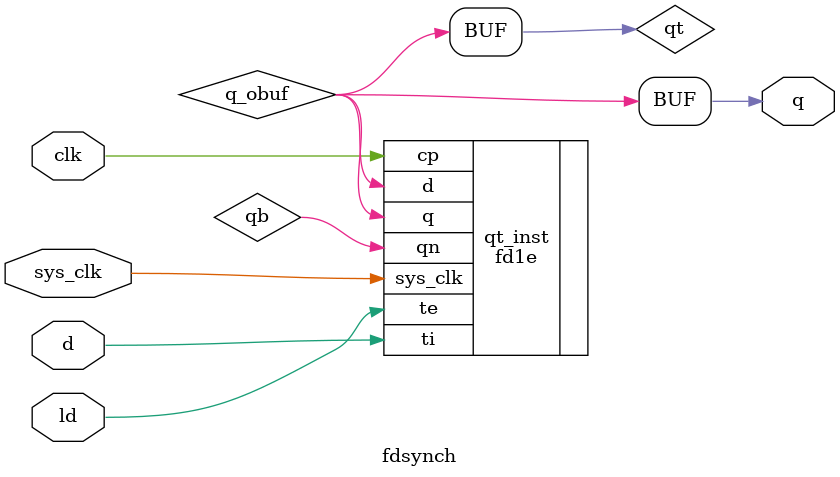
<source format=v>
/* verilator lint_off LITENDIAN */
`include "defs.v"

module fdsynch
(
	output q,
	input d,
	input ld,
	input clk,
	input sys_clk // Generated
);
wire qt;
wire qb;

// Output buffers
wire q_obuf;


// Output buffers
assign q = q_obuf;


// DUPLO.NET (293) - qt : fd1e
fd1e qt_inst
(
	.q /* OUT */ (qt),
	.qn /* OUT */ (qb),
	.d /* IN */ (q_obuf),
	.cp /* IN */ (clk),
	.ti /* IN */ (d),
	.te /* IN */ (ld),
	.sys_clk(sys_clk) // Generated
);

// DUPLO.NET (294) - dummy : dummy

// DUPLO.NET (295) - q : nivh
assign q_obuf = qt;
endmodule
/* verilator lint_on LITENDIAN */

</source>
